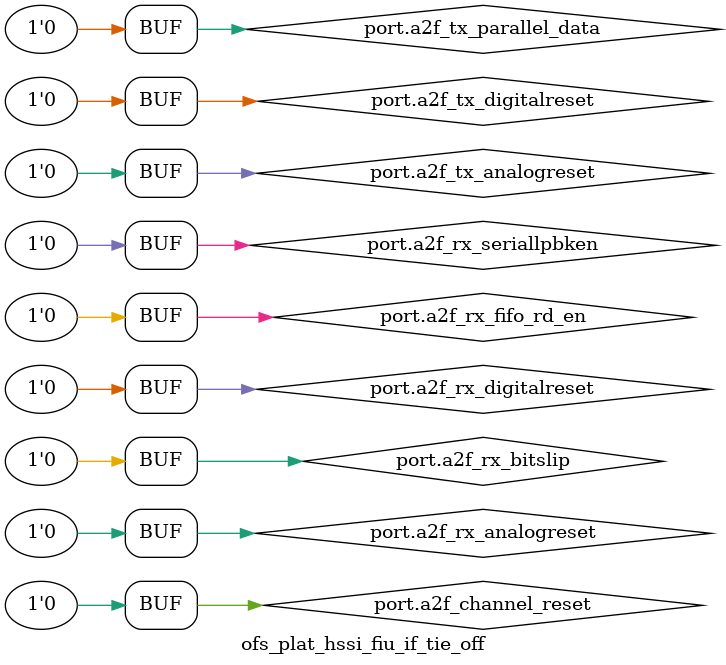
<source format=sv>



`include "ofs_plat_if.vh"

module ofs_plat_hssi_fiu_if_tie_off
   (
    pr_hssi_if.to_fiu port
    );

    always_comb
    begin
        port.a2f_tx_parallel_data = '0;
        port.a2f_rx_bitslip = '0;
        port.a2f_rx_fifo_rd_en = '0;
        port.a2f_rx_seriallpbken = '0;
        port.a2f_channel_reset = '0;
        port.a2f_tx_analogreset = '0;
        port.a2f_tx_digitalreset = '0;
        port.a2f_rx_analogreset = '0;
        port.a2f_rx_digitalreset = '0;
    end

endmodule // ofs_plat_hssi_fiu_if_tie_off

</source>
